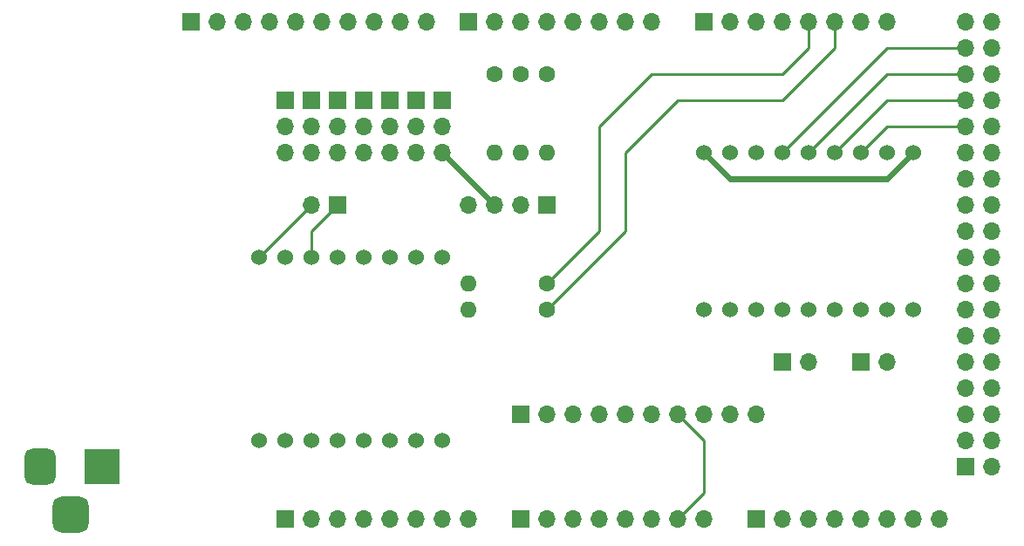
<source format=gbr>
%TF.GenerationSoftware,KiCad,Pcbnew,8.0.8*%
%TF.CreationDate,2025-01-28T02:14:56+09:00*%
%TF.ProjectId,mega_cir,6d656761-5f63-4697-922e-6b696361645f,rev?*%
%TF.SameCoordinates,Original*%
%TF.FileFunction,Copper,L2,Bot*%
%TF.FilePolarity,Positive*%
%FSLAX46Y46*%
G04 Gerber Fmt 4.6, Leading zero omitted, Abs format (unit mm)*
G04 Created by KiCad (PCBNEW 8.0.8) date 2025-01-28 02:14:56*
%MOMM*%
%LPD*%
G01*
G04 APERTURE LIST*
G04 Aperture macros list*
%AMRoundRect*
0 Rectangle with rounded corners*
0 $1 Rounding radius*
0 $2 $3 $4 $5 $6 $7 $8 $9 X,Y pos of 4 corners*
0 Add a 4 corners polygon primitive as box body*
4,1,4,$2,$3,$4,$5,$6,$7,$8,$9,$2,$3,0*
0 Add four circle primitives for the rounded corners*
1,1,$1+$1,$2,$3*
1,1,$1+$1,$4,$5*
1,1,$1+$1,$6,$7*
1,1,$1+$1,$8,$9*
0 Add four rect primitives between the rounded corners*
20,1,$1+$1,$2,$3,$4,$5,0*
20,1,$1+$1,$4,$5,$6,$7,0*
20,1,$1+$1,$6,$7,$8,$9,0*
20,1,$1+$1,$8,$9,$2,$3,0*%
G04 Aperture macros list end*
%TA.AperFunction,ComponentPad*%
%ADD10R,1.700000X1.700000*%
%TD*%
%TA.AperFunction,ComponentPad*%
%ADD11O,1.700000X1.700000*%
%TD*%
%TA.AperFunction,ComponentPad*%
%ADD12C,1.524000*%
%TD*%
%TA.AperFunction,ComponentPad*%
%ADD13C,1.600000*%
%TD*%
%TA.AperFunction,ComponentPad*%
%ADD14O,1.600000X1.600000*%
%TD*%
%TA.AperFunction,ComponentPad*%
%ADD15R,3.500000X3.500000*%
%TD*%
%TA.AperFunction,ComponentPad*%
%ADD16RoundRect,0.750000X-0.750000X-1.000000X0.750000X-1.000000X0.750000X1.000000X-0.750000X1.000000X0*%
%TD*%
%TA.AperFunction,ComponentPad*%
%ADD17RoundRect,0.875000X-0.875000X-0.875000X0.875000X-0.875000X0.875000X0.875000X-0.875000X0.875000X0*%
%TD*%
%TA.AperFunction,Conductor*%
%ADD18C,0.250000*%
%TD*%
%TA.AperFunction,Conductor*%
%ADD19C,0.600000*%
%TD*%
G04 APERTURE END LIST*
D10*
%TO.P,D2,1,GA*%
%TO.N,Net-(D2-GA)*%
X53340000Y33020000D03*
D11*
%TO.P,D2,2,BA*%
%TO.N,Net-(D2-BA)*%
X50800000Y33020000D03*
%TO.P,D2,3,K*%
%TO.N,GND*%
X48260000Y33020000D03*
%TO.P,D2,4,RA*%
%TO.N,Net-(D2-RA)*%
X45720000Y33020000D03*
%TD*%
D12*
%TO.P,U2,1,VCC*%
%TO.N,+5V*%
X43180000Y27940000D03*
%TO.P,U2,2,RX*%
%TO.N,Net-(U2-RX)*%
X40640000Y27940000D03*
%TO.P,U2,3,TX*%
%TO.N,Net-(U2-TX)*%
X38100000Y27940000D03*
%TO.P,U2,4,DAC_R*%
%TO.N,unconnected-(U2-DAC_R-Pad4)*%
X35560000Y27940000D03*
%TO.P,U2,5,DAC_L*%
%TO.N,unconnected-(U2-DAC_L-Pad5)*%
X33020000Y27940000D03*
%TO.P,U2,6,SPK_1*%
%TO.N,Net-(J12-Pin_1)*%
X30480000Y27940000D03*
%TO.P,U2,7,GND*%
%TO.N,GND*%
X27940000Y27940000D03*
%TO.P,U2,8,SPK_2*%
%TO.N,Net-(J12-Pin_2)*%
X25400000Y27940000D03*
%TO.P,U2,9,IO_1*%
%TO.N,unconnected-(U2-IO_1-Pad9)*%
X25400000Y10160000D03*
%TO.P,U2,10,GND*%
%TO.N,unconnected-(U2-GND-Pad10)*%
X27940000Y10160000D03*
%TO.P,U2,11,IO_2*%
%TO.N,unconnected-(U2-IO_2-Pad11)*%
X30480000Y10160000D03*
%TO.P,U2,12,ADKEY_1*%
%TO.N,unconnected-(U2-ADKEY_1-Pad12)*%
X33020000Y10160000D03*
%TO.P,U2,13,ADKEY_2*%
%TO.N,unconnected-(U2-ADKEY_2-Pad13)*%
X35560000Y10160000D03*
%TO.P,U2,14,USB+*%
%TO.N,unconnected-(U2-USB+-Pad14)*%
X38100000Y10160000D03*
%TO.P,U2,15,USB-*%
%TO.N,unconnected-(U2-USB--Pad15)*%
X40640000Y10160000D03*
%TO.P,U2,16,BUSY*%
%TO.N,unconnected-(U2-BUSY-Pad16)*%
X43180000Y10160000D03*
%TD*%
%TO.P,U1,1,VM*%
%TO.N,VCC*%
X68580000Y22860000D03*
%TO.P,U1,2,VM*%
X71120000Y22860000D03*
%TO.P,U1,3,PGND*%
%TO.N,GND*%
X73660000Y22860000D03*
%TO.P,U1,4,PGND*%
X76200000Y22860000D03*
%TO.P,U1,5,PGND*%
X78740000Y22860000D03*
%TO.P,U1,6,AO_1*%
%TO.N,Net-(J10-Pin_1)*%
X81280000Y22860000D03*
%TO.P,U1,7,AO_2*%
%TO.N,Net-(J10-Pin_2)*%
X83820000Y22860000D03*
%TO.P,U1,8,BO_1*%
%TO.N,Net-(J11-Pin_1)*%
X86360000Y22860000D03*
%TO.P,U1,9,BO_2*%
%TO.N,Net-(J11-Pin_2)*%
X88900000Y22860000D03*
%TO.P,U1,10,SYBY*%
%TO.N,+5V*%
X88900000Y38100000D03*
%TO.P,U1,11,A_P*%
%TO.N,PWM_2*%
X86360000Y38100000D03*
%TO.P,U1,12,A_2*%
%TO.N,PIN_28*%
X83820000Y38100000D03*
%TO.P,U1,13,A_1*%
%TO.N,PIN_26*%
X81280000Y38100000D03*
%TO.P,U1,14,B_1*%
%TO.N,PIN_24*%
X78740000Y38100000D03*
%TO.P,U1,15,B_2*%
%TO.N,PIN_22*%
X76200000Y38100000D03*
%TO.P,U1,16,B_P*%
%TO.N,PWM_3*%
X73660000Y38100000D03*
%TO.P,U1,17,GND*%
%TO.N,GND*%
X71120000Y38100000D03*
%TO.P,U1,18,VCC*%
%TO.N,+5V*%
X68580000Y38100000D03*
%TD*%
D13*
%TO.P,R5,1*%
%TO.N,LED_G*%
X50800000Y45720000D03*
D14*
%TO.P,R5,2*%
%TO.N,Net-(D2-BA)*%
X50800000Y38100000D03*
%TD*%
D13*
%TO.P,R4,1*%
%TO.N,LED_B*%
X53340000Y45720000D03*
D14*
%TO.P,R4,2*%
%TO.N,Net-(D2-GA)*%
X53340000Y38100000D03*
%TD*%
D13*
%TO.P,R3,1*%
%TO.N,LED_R*%
X48260000Y45720000D03*
D14*
%TO.P,R3,2*%
%TO.N,Net-(D2-RA)*%
X48260000Y38100000D03*
%TD*%
D13*
%TO.P,R2,1*%
%TO.N,RX1*%
X53340000Y22860000D03*
D14*
%TO.P,R2,2*%
%TO.N,Net-(U2-TX)*%
X45720000Y22860000D03*
%TD*%
D13*
%TO.P,R1,1*%
%TO.N,TX1*%
X53340000Y25400000D03*
D14*
%TO.P,R1,2*%
%TO.N,Net-(U2-RX)*%
X45720000Y25400000D03*
%TD*%
D10*
%TO.P,M7,1,PWM*%
%TO.N,PWM_7*%
X43180000Y43180000D03*
D11*
%TO.P,M7,2,+*%
%TO.N,+5V*%
X43180000Y40640000D03*
%TO.P,M7,3,-*%
%TO.N,GND*%
X43180000Y38100000D03*
%TD*%
D10*
%TO.P,M6,1,PWM*%
%TO.N,PWM_8*%
X40640000Y43180000D03*
D11*
%TO.P,M6,2,+*%
%TO.N,+5V*%
X40640000Y40640000D03*
%TO.P,M6,3,-*%
%TO.N,GND*%
X40640000Y38100000D03*
%TD*%
%TO.P,M5,3,-*%
%TO.N,GND*%
X38100000Y38100000D03*
%TO.P,M5,2,+*%
%TO.N,+5V*%
X38100000Y40640000D03*
D10*
%TO.P,M5,1,PWM*%
%TO.N,PWM_9*%
X38100000Y43180000D03*
%TD*%
%TO.P,M4,1,PWM*%
%TO.N,PWM_10*%
X35560000Y43180000D03*
D11*
%TO.P,M4,2,+*%
%TO.N,+5V*%
X35560000Y40640000D03*
%TO.P,M4,3,-*%
%TO.N,GND*%
X35560000Y38100000D03*
%TD*%
D10*
%TO.P,M3,1,PWM*%
%TO.N,PWM_11*%
X33020000Y43180000D03*
D11*
%TO.P,M3,2,+*%
%TO.N,+5V*%
X33020000Y40640000D03*
%TO.P,M3,3,-*%
%TO.N,GND*%
X33020000Y38100000D03*
%TD*%
D10*
%TO.P,M2,1,PWM*%
%TO.N,PWM_12*%
X30480000Y43180000D03*
D11*
%TO.P,M2,2,+*%
%TO.N,+5V*%
X30480000Y40640000D03*
%TO.P,M2,3,-*%
%TO.N,GND*%
X30480000Y38100000D03*
%TD*%
D10*
%TO.P,M1,1,PWM*%
%TO.N,PWM_13*%
X27940000Y43180000D03*
D11*
%TO.P,M1,2,+*%
%TO.N,+5V*%
X27940000Y40640000D03*
%TO.P,M1,3,-*%
%TO.N,GND*%
X27940000Y38100000D03*
%TD*%
%TO.P,J12,2,Pin_2*%
%TO.N,Net-(J12-Pin_2)*%
X30480000Y33020000D03*
D10*
%TO.P,J12,1,Pin_1*%
%TO.N,Net-(J12-Pin_1)*%
X33020000Y33020000D03*
%TD*%
%TO.P,J11,1,Pin_1*%
%TO.N,Net-(J11-Pin_1)*%
X83820000Y17780000D03*
D11*
%TO.P,J11,2,Pin_2*%
%TO.N,Net-(J11-Pin_2)*%
X86360000Y17780000D03*
%TD*%
%TO.P,J10,2,Pin_2*%
%TO.N,Net-(J10-Pin_2)*%
X78740000Y17780000D03*
D10*
%TO.P,J10,1,Pin_1*%
%TO.N,Net-(J10-Pin_1)*%
X76200000Y17780000D03*
%TD*%
D15*
%TO.P,J9,1*%
%TO.N,VCC*%
X10160000Y7620000D03*
D16*
%TO.P,J9,2*%
%TO.N,GND*%
X4160000Y7620000D03*
D17*
%TO.P,J9,3*%
%TO.N,unconnected-(J9-Pad3)*%
X7160000Y2920000D03*
%TD*%
D10*
%TO.P,J8,1,Pin_1*%
%TO.N,A0*%
X50800000Y12700000D03*
D11*
%TO.P,J8,2,Pin_2*%
%TO.N,A1*%
X53340000Y12700000D03*
%TO.P,J8,3,Pin_3*%
%TO.N,A2*%
X55880000Y12700000D03*
%TO.P,J8,4,Pin_4*%
%TO.N,A3*%
X58420000Y12700000D03*
%TO.P,J8,5,Pin_5*%
%TO.N,A4*%
X60960000Y12700000D03*
%TO.P,J8,6,Pin_6*%
%TO.N,A5*%
X63500000Y12700000D03*
%TO.P,J8,7,Pin_7*%
%TO.N,A6*%
X66040000Y12700000D03*
%TO.P,J8,8,Pin_8*%
%TO.N,A7*%
X68580000Y12700000D03*
%TO.P,J8,9,Pin_9*%
%TO.N,+5V*%
X71120000Y12700000D03*
%TO.P,J8,10,Pin_10*%
%TO.N,GND*%
X73660000Y12700000D03*
%TD*%
%TO.P,J7,36,Pin_36*%
%TO.N,+5V*%
X96520000Y50800000D03*
%TO.P,J7,35,Pin_35*%
X93980000Y50800000D03*
%TO.P,J7,34,Pin_34*%
%TO.N,/23*%
X96520000Y48260000D03*
%TO.P,J7,33,Pin_33*%
%TO.N,PIN_22*%
X93980000Y48260000D03*
%TO.P,J7,32,Pin_32*%
%TO.N,/25*%
X96520000Y45720000D03*
%TO.P,J7,31,Pin_31*%
%TO.N,PIN_24*%
X93980000Y45720000D03*
%TO.P,J7,30,Pin_30*%
%TO.N,/27*%
X96520000Y43180000D03*
%TO.P,J7,29,Pin_29*%
%TO.N,PIN_26*%
X93980000Y43180000D03*
%TO.P,J7,28,Pin_28*%
%TO.N,/29*%
X96520000Y40640000D03*
%TO.P,J7,27,Pin_27*%
%TO.N,PIN_28*%
X93980000Y40640000D03*
%TO.P,J7,26,Pin_26*%
%TO.N,/31*%
X96520000Y38100000D03*
%TO.P,J7,25,Pin_25*%
%TO.N,/30*%
X93980000Y38100000D03*
%TO.P,J7,24,Pin_24*%
%TO.N,/33*%
X96520000Y35560000D03*
%TO.P,J7,23,Pin_23*%
%TO.N,/32*%
X93980000Y35560000D03*
%TO.P,J7,22,Pin_22*%
%TO.N,/35*%
X96520000Y33020000D03*
%TO.P,J7,21,Pin_21*%
%TO.N,/34*%
X93980000Y33020000D03*
%TO.P,J7,20,Pin_20*%
%TO.N,/37*%
X96520000Y30480000D03*
%TO.P,J7,19,Pin_19*%
%TO.N,/36*%
X93980000Y30480000D03*
%TO.P,J7,18,Pin_18*%
%TO.N,/39*%
X96520000Y27940000D03*
%TO.P,J7,17,Pin_17*%
%TO.N,/38*%
X93980000Y27940000D03*
%TO.P,J7,16,Pin_16*%
%TO.N,/41*%
X96520000Y25400000D03*
%TO.P,J7,15,Pin_15*%
%TO.N,/40*%
X93980000Y25400000D03*
%TO.P,J7,14,Pin_14*%
%TO.N,/43*%
X96520000Y22860000D03*
%TO.P,J7,13,Pin_13*%
%TO.N,/42*%
X93980000Y22860000D03*
%TO.P,J7,12,Pin_12*%
%TO.N,/\u002A45*%
X96520000Y20320000D03*
%TO.P,J7,11,Pin_11*%
%TO.N,/\u002A44*%
X93980000Y20320000D03*
%TO.P,J7,10,Pin_10*%
%TO.N,/47*%
X96520000Y17780000D03*
%TO.P,J7,9,Pin_9*%
%TO.N,/\u002A46*%
X93980000Y17780000D03*
%TO.P,J7,8,Pin_8*%
%TO.N,/49*%
X96520000Y15240000D03*
%TO.P,J7,7,Pin_7*%
%TO.N,/48*%
X93980000Y15240000D03*
%TO.P,J7,6,Pin_6*%
%TO.N,/51*%
X96520000Y12700000D03*
%TO.P,J7,5,Pin_5*%
%TO.N,/50*%
X93980000Y12700000D03*
%TO.P,J7,4,Pin_4*%
%TO.N,/53*%
X96520000Y10160000D03*
%TO.P,J7,3,Pin_3*%
%TO.N,/\u002A52*%
X93980000Y10160000D03*
%TO.P,J7,2,Pin_2*%
%TO.N,GND*%
X96520000Y7620000D03*
D10*
%TO.P,J7,1,Pin_1*%
X93980000Y7620000D03*
%TD*%
D11*
%TO.P,J1,8,Pin_8*%
%TO.N,/Vin*%
X45720000Y2540000D03*
%TO.P,J1,7,Pin_7*%
%TO.N,GND*%
X43180000Y2540000D03*
%TO.P,J1,6,Pin_6*%
X40640000Y2540000D03*
%TO.P,J1,5,Pin_5*%
%TO.N,+5V*%
X38100000Y2540000D03*
%TO.P,J1,4,Pin_4*%
%TO.N,+3V3*%
X35560000Y2540000D03*
%TO.P,J1,3,Pin_3*%
%TO.N,/~{RESET}*%
X33020000Y2540000D03*
%TO.P,J1,2,Pin_2*%
%TO.N,/IOREF*%
X30480000Y2540000D03*
D10*
%TO.P,J1,1,Pin_1*%
%TO.N,unconnected-(J1-Pin_1-Pad1)*%
X27940000Y2540000D03*
%TD*%
D11*
%TO.P,J3,8,Pin_8*%
%TO.N,A7*%
X68580000Y2540000D03*
%TO.P,J3,7,Pin_7*%
%TO.N,A6*%
X66040000Y2540000D03*
%TO.P,J3,6,Pin_6*%
%TO.N,A5*%
X63500000Y2540000D03*
%TO.P,J3,5,Pin_5*%
%TO.N,A4*%
X60960000Y2540000D03*
%TO.P,J3,4,Pin_4*%
%TO.N,A3*%
X58420000Y2540000D03*
%TO.P,J3,3,Pin_3*%
%TO.N,A2*%
X55880000Y2540000D03*
%TO.P,J3,2,Pin_2*%
%TO.N,A1*%
X53340000Y2540000D03*
D10*
%TO.P,J3,1,Pin_1*%
%TO.N,A0*%
X50800000Y2540000D03*
%TD*%
D11*
%TO.P,J5,8,Pin_8*%
%TO.N,/A15*%
X91440000Y2540000D03*
%TO.P,J5,7,Pin_7*%
%TO.N,/A14*%
X88900000Y2540000D03*
%TO.P,J5,6,Pin_6*%
%TO.N,/A13*%
X86360000Y2540000D03*
%TO.P,J5,5,Pin_5*%
%TO.N,/A12*%
X83820000Y2540000D03*
%TO.P,J5,4,Pin_4*%
%TO.N,/A11*%
X81280000Y2540000D03*
%TO.P,J5,3,Pin_3*%
%TO.N,/A10*%
X78740000Y2540000D03*
%TO.P,J5,2,Pin_2*%
%TO.N,/A9*%
X76200000Y2540000D03*
D10*
%TO.P,J5,1,Pin_1*%
%TO.N,/A8*%
X73660000Y2540000D03*
%TD*%
D11*
%TO.P,J2,10,Pin_10*%
%TO.N,PWM_8*%
X41656000Y50800000D03*
%TO.P,J2,9,Pin_9*%
%TO.N,PWM_9*%
X39116000Y50800000D03*
%TO.P,J2,8,Pin_8*%
%TO.N,PWM_10*%
X36576000Y50800000D03*
%TO.P,J2,7,Pin_7*%
%TO.N,PWM_11*%
X34036000Y50800000D03*
%TO.P,J2,6,Pin_6*%
%TO.N,PWM_12*%
X31496000Y50800000D03*
%TO.P,J2,5,Pin_5*%
%TO.N,PWM_13*%
X28956000Y50800000D03*
%TO.P,J2,4,Pin_4*%
%TO.N,GND*%
X26416000Y50800000D03*
%TO.P,J2,3,Pin_3*%
%TO.N,/AREF*%
X23876000Y50800000D03*
%TO.P,J2,2,Pin_2*%
%TO.N,/SDA{slash}20*%
X21336000Y50800000D03*
D10*
%TO.P,J2,1,Pin_1*%
%TO.N,/SCL{slash}21*%
X18796000Y50800000D03*
%TD*%
D11*
%TO.P,J4,8,Pin_8*%
%TO.N,/RX0{slash}0*%
X63500000Y50800000D03*
%TO.P,J4,7,Pin_7*%
%TO.N,/TX0{slash}1*%
X60960000Y50800000D03*
%TO.P,J4,6,Pin_6*%
%TO.N,PWM_2*%
X58420000Y50800000D03*
%TO.P,J4,5,Pin_5*%
%TO.N,PWM_3*%
X55880000Y50800000D03*
%TO.P,J4,4,Pin_4*%
%TO.N,LED_B*%
X53340000Y50800000D03*
%TO.P,J4,3,Pin_3*%
%TO.N,LED_G*%
X50800000Y50800000D03*
%TO.P,J4,2,Pin_2*%
%TO.N,LED_R*%
X48260000Y50800000D03*
D10*
%TO.P,J4,1,Pin_1*%
%TO.N,PWM_7*%
X45720000Y50800000D03*
%TD*%
D11*
%TO.P,J6,8,Pin_8*%
%TO.N,/SCL{slash}21*%
X86360000Y50800000D03*
%TO.P,J6,7,Pin_7*%
%TO.N,/SDA{slash}20*%
X83820000Y50800000D03*
%TO.P,J6,6,Pin_6*%
%TO.N,RX1*%
X81280000Y50800000D03*
%TO.P,J6,5,Pin_5*%
%TO.N,TX1*%
X78740000Y50800000D03*
%TO.P,J6,4,Pin_4*%
%TO.N,/RX2{slash}17*%
X76200000Y50800000D03*
%TO.P,J6,3,Pin_3*%
%TO.N,/TX2{slash}16*%
X73660000Y50800000D03*
%TO.P,J6,2,Pin_2*%
%TO.N,/RX3{slash}15*%
X71120000Y50800000D03*
D10*
%TO.P,J6,1,Pin_1*%
%TO.N,/TX3{slash}14*%
X68580000Y50800000D03*
%TD*%
D18*
%TO.N,RX1*%
X60960000Y30480000D02*
X53340000Y22860000D01*
X60960000Y38100000D02*
X60960000Y30480000D01*
X66040000Y43180000D02*
X60960000Y38100000D01*
X81280000Y48260000D02*
X76200000Y43180000D01*
X81280000Y50800000D02*
X81280000Y48260000D01*
X76200000Y43180000D02*
X66040000Y43180000D01*
%TO.N,TX1*%
X58420000Y40640000D02*
X58420000Y30480000D01*
X63500000Y45720000D02*
X58420000Y40640000D01*
X58420000Y30480000D02*
X53340000Y25400000D01*
X78740000Y48260000D02*
X76200000Y45720000D01*
X78740000Y50800000D02*
X78740000Y48260000D01*
X76200000Y45720000D02*
X63500000Y45720000D01*
D19*
%TO.N,GND*%
X43180000Y38100000D02*
X48260000Y33020000D01*
D18*
%TO.N,Net-(J12-Pin_1)*%
X30480000Y30480000D02*
X33020000Y33020000D01*
X30480000Y27940000D02*
X30480000Y30480000D01*
%TO.N,Net-(J12-Pin_2)*%
X25400000Y27940000D02*
X30480000Y33020000D01*
D19*
%TO.N,+5V*%
X86360000Y35560000D02*
X88900000Y38100000D01*
X71120000Y35560000D02*
X86360000Y35560000D01*
X68580000Y38100000D02*
X71120000Y35560000D01*
D18*
%TO.N,A6*%
X68580000Y10160000D02*
X68580000Y5080000D01*
X68580000Y5080000D02*
X66040000Y2540000D01*
X66040000Y12700000D02*
X68580000Y10160000D01*
%TO.N,PIN_22*%
X86360000Y48260000D02*
X76200000Y38100000D01*
X93980000Y48260000D02*
X86360000Y48260000D01*
%TO.N,PIN_24*%
X86360000Y45720000D02*
X78740000Y38100000D01*
X93980000Y45720000D02*
X86360000Y45720000D01*
%TO.N,PIN_26*%
X86360000Y43180000D02*
X81280000Y38100000D01*
X93980000Y43180000D02*
X86360000Y43180000D01*
%TO.N,PIN_28*%
X86360000Y40640000D02*
X93980000Y40640000D01*
X83820000Y38100000D02*
X86360000Y40640000D01*
%TD*%
M02*

</source>
